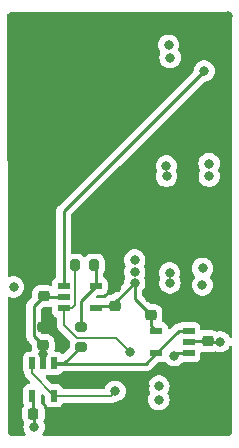
<source format=gbl>
G04 #@! TF.GenerationSoftware,KiCad,Pcbnew,7.0.10*
G04 #@! TF.CreationDate,2024-08-16T14:30:36-05:00*
G04 #@! TF.ProjectId,DiffPCB,44696666-5043-4422-9e6b-696361645f70,rev?*
G04 #@! TF.SameCoordinates,Original*
G04 #@! TF.FileFunction,Copper,L6,Bot*
G04 #@! TF.FilePolarity,Positive*
%FSLAX46Y46*%
G04 Gerber Fmt 4.6, Leading zero omitted, Abs format (unit mm)*
G04 Created by KiCad (PCBNEW 7.0.10) date 2024-08-16 14:30:36*
%MOMM*%
%LPD*%
G01*
G04 APERTURE LIST*
G04 Aperture macros list*
%AMRoundRect*
0 Rectangle with rounded corners*
0 $1 Rounding radius*
0 $2 $3 $4 $5 $6 $7 $8 $9 X,Y pos of 4 corners*
0 Add a 4 corners polygon primitive as box body*
4,1,4,$2,$3,$4,$5,$6,$7,$8,$9,$2,$3,0*
0 Add four circle primitives for the rounded corners*
1,1,$1+$1,$2,$3*
1,1,$1+$1,$4,$5*
1,1,$1+$1,$6,$7*
1,1,$1+$1,$8,$9*
0 Add four rect primitives between the rounded corners*
20,1,$1+$1,$2,$3,$4,$5,0*
20,1,$1+$1,$4,$5,$6,$7,0*
20,1,$1+$1,$6,$7,$8,$9,0*
20,1,$1+$1,$8,$9,$2,$3,0*%
G04 Aperture macros list end*
G04 #@! TA.AperFunction,SMDPad,CuDef*
%ADD10RoundRect,0.225000X0.250000X-0.225000X0.250000X0.225000X-0.250000X0.225000X-0.250000X-0.225000X0*%
G04 #@! TD*
G04 #@! TA.AperFunction,SMDPad,CuDef*
%ADD11RoundRect,0.200000X0.275000X-0.200000X0.275000X0.200000X-0.275000X0.200000X-0.275000X-0.200000X0*%
G04 #@! TD*
G04 #@! TA.AperFunction,SMDPad,CuDef*
%ADD12R,0.977900X0.508000*%
G04 #@! TD*
G04 #@! TA.AperFunction,SMDPad,CuDef*
%ADD13R,0.508000X0.977900*%
G04 #@! TD*
G04 #@! TA.AperFunction,SMDPad,CuDef*
%ADD14RoundRect,0.200000X0.200000X0.275000X-0.200000X0.275000X-0.200000X-0.275000X0.200000X-0.275000X0*%
G04 #@! TD*
G04 #@! TA.AperFunction,SMDPad,CuDef*
%ADD15RoundRect,0.225000X-0.225000X-0.250000X0.225000X-0.250000X0.225000X0.250000X-0.225000X0.250000X0*%
G04 #@! TD*
G04 #@! TA.AperFunction,ViaPad*
%ADD16C,0.800000*%
G04 #@! TD*
G04 #@! TA.AperFunction,Conductor*
%ADD17C,0.250000*%
G04 #@! TD*
G04 #@! TA.AperFunction,Conductor*
%ADD18C,0.200000*%
G04 #@! TD*
G04 APERTURE END LIST*
D10*
X147045000Y-86964998D03*
X147045000Y-85414998D03*
X140975000Y-86164998D03*
X140975000Y-84614998D03*
X150059750Y-87785001D03*
X150059750Y-86235001D03*
X140925001Y-90335250D03*
X140925001Y-88785250D03*
D11*
X144155000Y-90435000D03*
X144155000Y-88785000D03*
D12*
X153245000Y-89100000D03*
X153245000Y-90050001D03*
X153245000Y-91000002D03*
X150514500Y-91000002D03*
X150514500Y-89100000D03*
D13*
X139964999Y-91854750D03*
X140915000Y-91854750D03*
X141865001Y-91854750D03*
X141865001Y-94585250D03*
X139964999Y-94585250D03*
D14*
X145260000Y-83549998D03*
X143610000Y-83549998D03*
D12*
X142665000Y-87200000D03*
X142665000Y-86249999D03*
X142665000Y-85299998D03*
X145395500Y-85299998D03*
X145395500Y-87200000D03*
D10*
X154869750Y-89965001D03*
X154869750Y-88415001D03*
D15*
X140105001Y-96105250D03*
X141655001Y-96105250D03*
D16*
X155895000Y-90020000D03*
X151355000Y-75140000D03*
X151385000Y-76010000D03*
X140895000Y-91030000D03*
X149515000Y-93810000D03*
X144875000Y-64500000D03*
X143915000Y-66550000D03*
X156475000Y-97560000D03*
X145925000Y-64520000D03*
X143915000Y-64500000D03*
X143915000Y-65590000D03*
X156575000Y-62470000D03*
X154115000Y-92480000D03*
X140315000Y-64470000D03*
X141365000Y-67610000D03*
X143915000Y-63540000D03*
X146885000Y-65610000D03*
X145925000Y-68600000D03*
X144875000Y-65590000D03*
X144875000Y-66550000D03*
X142325000Y-66540000D03*
X141365000Y-65580000D03*
X142325000Y-63530000D03*
X145925000Y-63560000D03*
X141365000Y-63530000D03*
X140315000Y-67590000D03*
X144875000Y-67620000D03*
X146885000Y-66570000D03*
X146885000Y-67640000D03*
X140315000Y-66520000D03*
X143915000Y-67620000D03*
X142325000Y-67610000D03*
X145925000Y-65610000D03*
X140315000Y-63510000D03*
X143915000Y-68580000D03*
X139355000Y-65560000D03*
X140315000Y-65560000D03*
X142325000Y-64490000D03*
X142325000Y-65580000D03*
X142325000Y-68570000D03*
X146885000Y-68600000D03*
X144875000Y-63540000D03*
X145925000Y-66570000D03*
X144875000Y-68580000D03*
X141365000Y-68570000D03*
X146885000Y-63560000D03*
X139355000Y-64470000D03*
X141365000Y-66540000D03*
X139355000Y-66520000D03*
X141365000Y-64490000D03*
X138585000Y-97300000D03*
X140315000Y-68550000D03*
X139355000Y-68550000D03*
X139355000Y-67590000D03*
X145925000Y-67640000D03*
X146885000Y-64520000D03*
X141755000Y-88970000D03*
X139355000Y-63510000D03*
X151635000Y-84200000D03*
X151555000Y-64910000D03*
X154985000Y-74940000D03*
X150725000Y-94940000D03*
X154995000Y-76010000D03*
X150725000Y-93760000D03*
X151675000Y-65970000D03*
X151665000Y-85050000D03*
X140165000Y-97240000D03*
X148685000Y-83100000D03*
X148685000Y-85040000D03*
X148685000Y-84110000D03*
X138430000Y-85380000D03*
X154415000Y-85230000D03*
X154425000Y-83810000D03*
X154565000Y-67090000D03*
X147025000Y-94210000D03*
X148295000Y-90880000D03*
X152035000Y-91190000D03*
D17*
X140975000Y-86164998D02*
X140125001Y-87014997D01*
X140925001Y-90999999D02*
X140895000Y-91030000D01*
X140125001Y-87014997D02*
X140125001Y-89535250D01*
X140915000Y-91854750D02*
X140915000Y-90345251D01*
X140125001Y-89535250D02*
X140925001Y-90335250D01*
X140925001Y-90335250D02*
X140925001Y-90999999D01*
X154869750Y-89965001D02*
X153330000Y-89965001D01*
X155895000Y-90020000D02*
X154924749Y-90020000D01*
X142665000Y-86249999D02*
X141060001Y-86249999D01*
X148685000Y-86410251D02*
X150059750Y-87785001D01*
X150059750Y-88645250D02*
X150514500Y-89100000D01*
X147045000Y-86964998D02*
X145630502Y-86964998D01*
X145630502Y-86964998D02*
X145395500Y-87200000D01*
X147045000Y-86680000D02*
X148685000Y-85040000D01*
X150059750Y-87785001D02*
X150059750Y-88645250D01*
X140165000Y-97240000D02*
X140165000Y-96165249D01*
X140105001Y-96105250D02*
X140105001Y-94725252D01*
X140105001Y-94725252D02*
X139964999Y-94585250D01*
X148685000Y-85040000D02*
X148685000Y-86410251D01*
X150059750Y-88480000D02*
X150059750Y-87785001D01*
X154565000Y-67090000D02*
X142665000Y-78990000D01*
X142665000Y-78990000D02*
X142665000Y-85299998D01*
D18*
X146649750Y-94585250D02*
X147025000Y-94210000D01*
X139964999Y-92685248D02*
X141865001Y-94585250D01*
X141865001Y-94585250D02*
X146649750Y-94585250D01*
X139964999Y-91854750D02*
X139964999Y-92685248D01*
X143610000Y-86943950D02*
X143353950Y-87200000D01*
X147130000Y-89735000D02*
X148265000Y-90870000D01*
X142665000Y-87200000D02*
X142665000Y-88570000D01*
X143353950Y-87200000D02*
X142665000Y-87200000D01*
X143830000Y-89735000D02*
X147130000Y-89735000D01*
X142665000Y-88570000D02*
X143830000Y-89735000D01*
X143610000Y-83549998D02*
X143610000Y-86943950D01*
D17*
X152214998Y-91000002D02*
X152055000Y-91160000D01*
X153245000Y-91000002D02*
X152214998Y-91000002D01*
X149644502Y-91870000D02*
X150514500Y-91000002D01*
X152414502Y-89100000D02*
X150514500Y-91000002D01*
X153245000Y-89100000D02*
X152414502Y-89100000D01*
X141865001Y-91854750D02*
X142735250Y-91854750D01*
X142735250Y-91854750D02*
X144155000Y-90435000D01*
X141880251Y-91870000D02*
X149644502Y-91870000D01*
X145395500Y-85299998D02*
X145395500Y-83685498D01*
X144155000Y-86540498D02*
X144155000Y-88785000D01*
X145395500Y-85299998D02*
X144155000Y-86540498D01*
G04 #@! TA.AperFunction,Conductor*
G36*
X156887651Y-90384970D02*
G01*
X156928180Y-90441884D01*
X156935000Y-90482441D01*
X156935000Y-97738598D01*
X156915315Y-97805637D01*
X156898635Y-97826326D01*
X156771364Y-97953462D01*
X156710023Y-97986914D01*
X156683598Y-97989734D01*
X140994727Y-97973220D01*
X140927709Y-97953465D01*
X140882009Y-97900613D01*
X140872139Y-97831444D01*
X140894545Y-97776328D01*
X140897526Y-97772222D01*
X140897533Y-97772216D01*
X140992179Y-97608284D01*
X141050674Y-97428256D01*
X141070460Y-97240000D01*
X141050674Y-97051744D01*
X140992179Y-96871716D01*
X140967141Y-96828349D01*
X140950669Y-96760453D01*
X140968991Y-96701255D01*
X140992004Y-96663947D01*
X141045350Y-96502958D01*
X141055501Y-96403595D01*
X141055500Y-95806906D01*
X141054911Y-95801144D01*
X141045350Y-95707542D01*
X141045349Y-95707539D01*
X141013985Y-95612888D01*
X140992004Y-95546553D01*
X140992000Y-95546547D01*
X140991999Y-95546544D01*
X140902971Y-95402209D01*
X140902970Y-95402208D01*
X140902969Y-95402206D01*
X140783045Y-95282282D01*
X140783044Y-95282281D01*
X140783042Y-95282279D01*
X140777591Y-95277969D01*
X140737214Y-95220947D01*
X140730501Y-95180702D01*
X140730501Y-94807994D01*
X140732225Y-94792374D01*
X140731940Y-94792347D01*
X140732674Y-94784585D01*
X140730562Y-94717364D01*
X140730501Y-94713470D01*
X140730501Y-94685908D01*
X140730501Y-94685902D01*
X140729997Y-94681920D01*
X140729082Y-94670281D01*
X140728246Y-94643666D01*
X140727711Y-94626625D01*
X140727679Y-94626515D01*
X140727550Y-94626069D01*
X140727551Y-94625613D01*
X140726491Y-94618919D01*
X140727570Y-94618747D01*
X140727747Y-94556200D01*
X140765687Y-94497529D01*
X140829325Y-94468684D01*
X140898455Y-94478823D01*
X140934306Y-94503790D01*
X141074182Y-94643666D01*
X141107667Y-94704989D01*
X141110501Y-94731347D01*
X141110501Y-95122070D01*
X141110502Y-95122076D01*
X141116909Y-95181683D01*
X141167203Y-95316528D01*
X141167207Y-95316535D01*
X141253453Y-95431744D01*
X141253456Y-95431747D01*
X141368665Y-95517993D01*
X141368672Y-95517997D01*
X141413619Y-95534761D01*
X141503518Y-95568291D01*
X141563128Y-95574700D01*
X142166873Y-95574699D01*
X142226484Y-95568291D01*
X142361332Y-95517996D01*
X142476547Y-95431746D01*
X142562797Y-95316531D01*
X142581488Y-95266418D01*
X142623358Y-95210484D01*
X142688822Y-95186066D01*
X142697670Y-95185750D01*
X146602263Y-95185750D01*
X146618447Y-95186810D01*
X146649750Y-95190932D01*
X146649751Y-95190932D01*
X146702004Y-95184052D01*
X146806512Y-95170294D01*
X146928079Y-95119938D01*
X146975532Y-95110500D01*
X147119644Y-95110500D01*
X147119646Y-95110500D01*
X147304803Y-95071144D01*
X147477730Y-94994151D01*
X147552263Y-94940000D01*
X149819540Y-94940000D01*
X149839326Y-95128256D01*
X149839327Y-95128259D01*
X149897818Y-95308277D01*
X149897821Y-95308284D01*
X149992467Y-95472216D01*
X150084744Y-95574700D01*
X150119129Y-95612888D01*
X150272265Y-95724148D01*
X150272270Y-95724151D01*
X150445192Y-95801142D01*
X150445197Y-95801144D01*
X150630354Y-95840500D01*
X150630355Y-95840500D01*
X150819644Y-95840500D01*
X150819646Y-95840500D01*
X151004803Y-95801144D01*
X151177730Y-95724151D01*
X151330871Y-95612888D01*
X151457533Y-95472216D01*
X151552179Y-95308284D01*
X151610674Y-95128256D01*
X151630460Y-94940000D01*
X151610674Y-94751744D01*
X151552179Y-94571716D01*
X151459966Y-94411999D01*
X151443494Y-94344100D01*
X151459967Y-94288000D01*
X151505000Y-94210000D01*
X151552179Y-94128284D01*
X151610674Y-93948256D01*
X151630460Y-93760000D01*
X151610674Y-93571744D01*
X151552179Y-93391716D01*
X151457533Y-93227784D01*
X151330871Y-93087112D01*
X151330870Y-93087111D01*
X151177734Y-92975851D01*
X151177729Y-92975848D01*
X151004807Y-92898857D01*
X151004802Y-92898855D01*
X150859001Y-92867865D01*
X150819646Y-92859500D01*
X150630354Y-92859500D01*
X150608369Y-92864173D01*
X150445197Y-92898855D01*
X150445192Y-92898857D01*
X150272270Y-92975848D01*
X150272265Y-92975851D01*
X150119129Y-93087111D01*
X149992466Y-93227785D01*
X149897821Y-93391715D01*
X149897818Y-93391722D01*
X149839546Y-93571067D01*
X149839326Y-93571744D01*
X149819540Y-93760000D01*
X149839326Y-93948256D01*
X149839327Y-93948259D01*
X149897818Y-94128277D01*
X149897820Y-94128281D01*
X149897821Y-94128284D01*
X149945000Y-94210000D01*
X149990033Y-94288001D01*
X150006505Y-94355901D01*
X149990033Y-94411999D01*
X149897820Y-94571718D01*
X149897818Y-94571722D01*
X149842422Y-94742216D01*
X149839326Y-94751744D01*
X149819540Y-94940000D01*
X147552263Y-94940000D01*
X147630871Y-94882888D01*
X147757533Y-94742216D01*
X147852179Y-94578284D01*
X147910674Y-94398256D01*
X147930460Y-94210000D01*
X147910674Y-94021744D01*
X147852179Y-93841716D01*
X147757533Y-93677784D01*
X147630871Y-93537112D01*
X147600621Y-93515134D01*
X147477734Y-93425851D01*
X147477729Y-93425848D01*
X147304807Y-93348857D01*
X147304802Y-93348855D01*
X147159001Y-93317865D01*
X147119646Y-93309500D01*
X146930354Y-93309500D01*
X146897897Y-93316398D01*
X146745197Y-93348855D01*
X146745192Y-93348857D01*
X146572270Y-93425848D01*
X146572265Y-93425851D01*
X146419129Y-93537111D01*
X146292466Y-93677785D01*
X146197821Y-93841715D01*
X146197818Y-93841721D01*
X146179186Y-93899068D01*
X146139749Y-93956743D01*
X146075390Y-93983942D01*
X146061255Y-93984750D01*
X142697670Y-93984750D01*
X142630631Y-93965065D01*
X142584876Y-93912261D01*
X142581488Y-93904082D01*
X142562799Y-93853973D01*
X142562794Y-93853964D01*
X142476548Y-93738755D01*
X142476545Y-93738752D01*
X142361336Y-93652506D01*
X142361329Y-93652502D01*
X142226483Y-93602208D01*
X142226484Y-93602208D01*
X142166884Y-93595801D01*
X142166882Y-93595800D01*
X142166874Y-93595800D01*
X142166866Y-93595800D01*
X141776148Y-93595800D01*
X141709109Y-93576115D01*
X141688467Y-93559481D01*
X141180107Y-93051121D01*
X141146622Y-92989798D01*
X141151606Y-92920106D01*
X141193478Y-92864173D01*
X141254536Y-92840150D01*
X141276483Y-92837791D01*
X141346665Y-92811613D01*
X141416357Y-92806629D01*
X141433335Y-92811614D01*
X141503512Y-92837789D01*
X141503518Y-92837791D01*
X141563128Y-92844200D01*
X142166873Y-92844199D01*
X142226484Y-92837791D01*
X142361332Y-92787496D01*
X142476547Y-92701246D01*
X142562797Y-92586031D01*
X142566475Y-92576170D01*
X142608345Y-92520235D01*
X142673809Y-92495816D01*
X142682658Y-92495500D01*
X149561759Y-92495500D01*
X149577379Y-92497224D01*
X149577406Y-92496939D01*
X149585162Y-92497671D01*
X149585169Y-92497673D01*
X149652375Y-92495561D01*
X149656270Y-92495500D01*
X149683848Y-92495500D01*
X149683852Y-92495500D01*
X149687826Y-92494997D01*
X149699465Y-92494080D01*
X149743129Y-92492709D01*
X149762371Y-92487117D01*
X149781414Y-92483174D01*
X149801294Y-92480664D01*
X149841903Y-92464585D01*
X149852946Y-92460803D01*
X149894892Y-92448618D01*
X149912131Y-92438422D01*
X149929605Y-92429862D01*
X149948229Y-92422488D01*
X149948229Y-92422487D01*
X149948234Y-92422486D01*
X149983585Y-92396800D01*
X149993316Y-92390408D01*
X150030922Y-92368170D01*
X150045091Y-92353999D01*
X150059881Y-92341368D01*
X150076089Y-92329594D01*
X150103940Y-92295926D01*
X150111781Y-92287309D01*
X150608272Y-91790820D01*
X150669595Y-91757335D01*
X150695953Y-91754501D01*
X151051321Y-91754501D01*
X151051322Y-91754501D01*
X151110933Y-91748093D01*
X151192721Y-91717587D01*
X151262409Y-91712604D01*
X151323733Y-91746088D01*
X151328192Y-91750787D01*
X151429129Y-91862888D01*
X151429132Y-91862890D01*
X151582265Y-91974148D01*
X151582270Y-91974151D01*
X151755192Y-92051142D01*
X151755197Y-92051144D01*
X151940354Y-92090500D01*
X151940355Y-92090500D01*
X152129644Y-92090500D01*
X152129646Y-92090500D01*
X152314803Y-92051144D01*
X152487730Y-91974151D01*
X152640871Y-91862888D01*
X152701521Y-91795529D01*
X152761007Y-91758880D01*
X152793671Y-91754501D01*
X153781821Y-91754501D01*
X153781822Y-91754501D01*
X153841433Y-91748093D01*
X153976281Y-91697798D01*
X154091496Y-91611548D01*
X154177746Y-91496333D01*
X154228041Y-91361485D01*
X154234450Y-91301875D01*
X154234449Y-90998337D01*
X154254133Y-90931300D01*
X154306937Y-90885545D01*
X154376096Y-90875601D01*
X154397441Y-90880630D01*
X154472042Y-90905350D01*
X154571405Y-90915501D01*
X155168094Y-90915500D01*
X155168102Y-90915499D01*
X155168105Y-90915499D01*
X155222510Y-90909941D01*
X155267458Y-90905350D01*
X155428447Y-90852004D01*
X155428453Y-90851999D01*
X155434989Y-90848953D01*
X155436204Y-90851559D01*
X155490928Y-90836567D01*
X155539109Y-90847266D01*
X155615197Y-90881144D01*
X155800354Y-90920500D01*
X155800355Y-90920500D01*
X155989644Y-90920500D01*
X155989646Y-90920500D01*
X156174803Y-90881144D01*
X156347730Y-90804151D01*
X156500871Y-90692888D01*
X156627533Y-90552216D01*
X156703613Y-90420440D01*
X156754180Y-90372226D01*
X156822787Y-90359002D01*
X156887651Y-90384970D01*
G37*
G04 #@! TD.AperFunction*
G04 #@! TA.AperFunction,Conductor*
G36*
X156750677Y-62139685D02*
G01*
X156771319Y-62156319D01*
X156898681Y-62283681D01*
X156932166Y-62345004D01*
X156935000Y-62371362D01*
X156935000Y-89557558D01*
X156915315Y-89624597D01*
X156862511Y-89670352D01*
X156793353Y-89680296D01*
X156729797Y-89651271D01*
X156703613Y-89619558D01*
X156627534Y-89487785D01*
X156543901Y-89394901D01*
X156500871Y-89347112D01*
X156500870Y-89347111D01*
X156347734Y-89235851D01*
X156347729Y-89235848D01*
X156174807Y-89158857D01*
X156174802Y-89158855D01*
X156029001Y-89127865D01*
X155989646Y-89119500D01*
X155800354Y-89119500D01*
X155800352Y-89119500D01*
X155622396Y-89157325D01*
X155552729Y-89152009D01*
X155531519Y-89141574D01*
X155428449Y-89077999D01*
X155428444Y-89077997D01*
X155267459Y-89024652D01*
X155168096Y-89014501D01*
X154571412Y-89014501D01*
X154571394Y-89014502D01*
X154472042Y-89024651D01*
X154472039Y-89024652D01*
X154397453Y-89049368D01*
X154327624Y-89051770D01*
X154267583Y-89016038D01*
X154236390Y-88953518D01*
X154234449Y-88931662D01*
X154234449Y-88798129D01*
X154234448Y-88798123D01*
X154228041Y-88738516D01*
X154177747Y-88603671D01*
X154177743Y-88603664D01*
X154091497Y-88488455D01*
X154091494Y-88488452D01*
X153976285Y-88402206D01*
X153976278Y-88402202D01*
X153841432Y-88351908D01*
X153841433Y-88351908D01*
X153781833Y-88345501D01*
X153781831Y-88345500D01*
X153781823Y-88345500D01*
X153781814Y-88345500D01*
X152708179Y-88345500D01*
X152708173Y-88345501D01*
X152648566Y-88351908D01*
X152513721Y-88402202D01*
X152513719Y-88402204D01*
X152450183Y-88449767D01*
X152384719Y-88474184D01*
X152375872Y-88474500D01*
X152375152Y-88474500D01*
X152371175Y-88475002D01*
X152359544Y-88475917D01*
X152315876Y-88477289D01*
X152315870Y-88477290D01*
X152296628Y-88482880D01*
X152277589Y-88486823D01*
X152257719Y-88489334D01*
X152257705Y-88489337D01*
X152217100Y-88505413D01*
X152206056Y-88509194D01*
X152164116Y-88521379D01*
X152164112Y-88521381D01*
X152146868Y-88531579D01*
X152129407Y-88540133D01*
X152110776Y-88547510D01*
X152110764Y-88547517D01*
X152075435Y-88573185D01*
X152065675Y-88579596D01*
X152028082Y-88601829D01*
X152013916Y-88615995D01*
X151999126Y-88628627D01*
X151982916Y-88640404D01*
X151982913Y-88640407D01*
X151955075Y-88674058D01*
X151947213Y-88682697D01*
X151715630Y-88914281D01*
X151654307Y-88947766D01*
X151584616Y-88942782D01*
X151528682Y-88900911D01*
X151504265Y-88835446D01*
X151503949Y-88826600D01*
X151503949Y-88798129D01*
X151503948Y-88798123D01*
X151497541Y-88738516D01*
X151447247Y-88603671D01*
X151447243Y-88603664D01*
X151360997Y-88488455D01*
X151360994Y-88488452D01*
X151245785Y-88402206D01*
X151245778Y-88402202D01*
X151110934Y-88351909D01*
X151103438Y-88350138D01*
X151042722Y-88315565D01*
X151010336Y-88253654D01*
X151014248Y-88190455D01*
X151025098Y-88157711D01*
X151025099Y-88157709D01*
X151035250Y-88058346D01*
X151035249Y-87511657D01*
X151034249Y-87501872D01*
X151025099Y-87412293D01*
X151025098Y-87412290D01*
X151000384Y-87337707D01*
X150971753Y-87251304D01*
X150971749Y-87251298D01*
X150971748Y-87251295D01*
X150882720Y-87106960D01*
X150882717Y-87106956D01*
X150762794Y-86987033D01*
X150762790Y-86987030D01*
X150618455Y-86898002D01*
X150618449Y-86897999D01*
X150618447Y-86897998D01*
X150570892Y-86882240D01*
X150457459Y-86844652D01*
X150358102Y-86834501D01*
X150358095Y-86834501D01*
X150045202Y-86834501D01*
X149978163Y-86814816D01*
X149957521Y-86798182D01*
X149346819Y-86187479D01*
X149313334Y-86126156D01*
X149310500Y-86099798D01*
X149310500Y-85738687D01*
X149330185Y-85671648D01*
X149342350Y-85655715D01*
X149364340Y-85631292D01*
X149417533Y-85572216D01*
X149512179Y-85408284D01*
X149570674Y-85228256D01*
X149590460Y-85040000D01*
X149570674Y-84851744D01*
X149512179Y-84671716D01*
X149492134Y-84636997D01*
X149475662Y-84569101D01*
X149492133Y-84513003D01*
X149512179Y-84478284D01*
X149570674Y-84298256D01*
X149581001Y-84200000D01*
X150729540Y-84200000D01*
X150749326Y-84388256D01*
X150749327Y-84388259D01*
X150803540Y-84555111D01*
X150807821Y-84568284D01*
X150822997Y-84594570D01*
X150839470Y-84662469D01*
X150833541Y-84694888D01*
X150782577Y-84851740D01*
X150779326Y-84861744D01*
X150759540Y-85050000D01*
X150779326Y-85238256D01*
X150779327Y-85238259D01*
X150837818Y-85418277D01*
X150837821Y-85418284D01*
X150932467Y-85582216D01*
X151012992Y-85671648D01*
X151059129Y-85722888D01*
X151212265Y-85834148D01*
X151212270Y-85834151D01*
X151385192Y-85911142D01*
X151385197Y-85911144D01*
X151570354Y-85950500D01*
X151570355Y-85950500D01*
X151759644Y-85950500D01*
X151759646Y-85950500D01*
X151944803Y-85911144D01*
X152117730Y-85834151D01*
X152270871Y-85722888D01*
X152397533Y-85582216D01*
X152492179Y-85418284D01*
X152550674Y-85238256D01*
X152551542Y-85230000D01*
X153509540Y-85230000D01*
X153529326Y-85418256D01*
X153529327Y-85418259D01*
X153587818Y-85598277D01*
X153587821Y-85598284D01*
X153682467Y-85762216D01*
X153747235Y-85834148D01*
X153809129Y-85902888D01*
X153962265Y-86014148D01*
X153962270Y-86014151D01*
X154135192Y-86091142D01*
X154135197Y-86091144D01*
X154320354Y-86130500D01*
X154320355Y-86130500D01*
X154509644Y-86130500D01*
X154509646Y-86130500D01*
X154694803Y-86091144D01*
X154867730Y-86014151D01*
X155020871Y-85902888D01*
X155147533Y-85762216D01*
X155242179Y-85598284D01*
X155300674Y-85418256D01*
X155320460Y-85230000D01*
X155300674Y-85041744D01*
X155242179Y-84861716D01*
X155147533Y-84697784D01*
X155067163Y-84608524D01*
X155036933Y-84545533D01*
X155045558Y-84476197D01*
X155067160Y-84442584D01*
X155157533Y-84342216D01*
X155252179Y-84178284D01*
X155310674Y-83998256D01*
X155330460Y-83810000D01*
X155310674Y-83621744D01*
X155252179Y-83441716D01*
X155157533Y-83277784D01*
X155030871Y-83137112D01*
X154979791Y-83100000D01*
X154877734Y-83025851D01*
X154877729Y-83025848D01*
X154704807Y-82948857D01*
X154704802Y-82948855D01*
X154530184Y-82911740D01*
X154519646Y-82909500D01*
X154330354Y-82909500D01*
X154319816Y-82911740D01*
X154145197Y-82948855D01*
X154145192Y-82948857D01*
X153972270Y-83025848D01*
X153972265Y-83025851D01*
X153819129Y-83137111D01*
X153692466Y-83277785D01*
X153597821Y-83441715D01*
X153597818Y-83441722D01*
X153544766Y-83605000D01*
X153539326Y-83621744D01*
X153519540Y-83810000D01*
X153539326Y-83998256D01*
X153539327Y-83998259D01*
X153597818Y-84178277D01*
X153597821Y-84178284D01*
X153692464Y-84342212D01*
X153692465Y-84342214D01*
X153692467Y-84342216D01*
X153772837Y-84431476D01*
X153803066Y-84494465D01*
X153794441Y-84563800D01*
X153772836Y-84597418D01*
X153682466Y-84697784D01*
X153587821Y-84861715D01*
X153587818Y-84861722D01*
X153529327Y-85041740D01*
X153529326Y-85041744D01*
X153509540Y-85230000D01*
X152551542Y-85230000D01*
X152570460Y-85050000D01*
X152550674Y-84861744D01*
X152492179Y-84681716D01*
X152477000Y-84655426D01*
X152460529Y-84587531D01*
X152466456Y-84555119D01*
X152520674Y-84388256D01*
X152540460Y-84200000D01*
X152520674Y-84011744D01*
X152462179Y-83831716D01*
X152367533Y-83667784D01*
X152240871Y-83527112D01*
X152240870Y-83527111D01*
X152087734Y-83415851D01*
X152087729Y-83415848D01*
X151914807Y-83338857D01*
X151914802Y-83338855D01*
X151769001Y-83307865D01*
X151729646Y-83299500D01*
X151540354Y-83299500D01*
X151507897Y-83306398D01*
X151355197Y-83338855D01*
X151355192Y-83338857D01*
X151182270Y-83415848D01*
X151182265Y-83415851D01*
X151029129Y-83527111D01*
X150902466Y-83667785D01*
X150807821Y-83831715D01*
X150807818Y-83831722D01*
X150749327Y-84011740D01*
X150749326Y-84011744D01*
X150729540Y-84200000D01*
X149581001Y-84200000D01*
X149590460Y-84110000D01*
X149570674Y-83921744D01*
X149512179Y-83741716D01*
X149469040Y-83666997D01*
X149452568Y-83599100D01*
X149469041Y-83543001D01*
X149512179Y-83468284D01*
X149570674Y-83288256D01*
X149590460Y-83100000D01*
X149570674Y-82911744D01*
X149512179Y-82731716D01*
X149417533Y-82567784D01*
X149290871Y-82427112D01*
X149290870Y-82427111D01*
X149137734Y-82315851D01*
X149137729Y-82315848D01*
X148964807Y-82238857D01*
X148964802Y-82238855D01*
X148819001Y-82207865D01*
X148779646Y-82199500D01*
X148590354Y-82199500D01*
X148557897Y-82206398D01*
X148405197Y-82238855D01*
X148405192Y-82238857D01*
X148232270Y-82315848D01*
X148232265Y-82315851D01*
X148079129Y-82427111D01*
X147952466Y-82567785D01*
X147857821Y-82731715D01*
X147857818Y-82731722D01*
X147800055Y-82909500D01*
X147799326Y-82911744D01*
X147779540Y-83100000D01*
X147799326Y-83288256D01*
X147799327Y-83288259D01*
X147857820Y-83468283D01*
X147900958Y-83543001D01*
X147917430Y-83610901D01*
X147900958Y-83666999D01*
X147857820Y-83741716D01*
X147812366Y-83881611D01*
X147799326Y-83921744D01*
X147779540Y-84110000D01*
X147799326Y-84298256D01*
X147799327Y-84298259D01*
X147857819Y-84478280D01*
X147877865Y-84513002D01*
X147894335Y-84580903D01*
X147877865Y-84636998D01*
X147857819Y-84671719D01*
X147800612Y-84847785D01*
X147799326Y-84851744D01*
X147783942Y-84998114D01*
X147781679Y-85019649D01*
X147755094Y-85084263D01*
X147746039Y-85094368D01*
X146862228Y-85978179D01*
X146800905Y-86011664D01*
X146774551Y-86014498D01*
X146746665Y-86014498D01*
X146746643Y-86014499D01*
X146647292Y-86024648D01*
X146647289Y-86024649D01*
X146486305Y-86077994D01*
X146486294Y-86077999D01*
X146341959Y-86167027D01*
X146222032Y-86286953D01*
X146217724Y-86292403D01*
X146160704Y-86332783D01*
X146120453Y-86339498D01*
X145713245Y-86339498D01*
X145697624Y-86337773D01*
X145697598Y-86338059D01*
X145689836Y-86337325D01*
X145689835Y-86337325D01*
X145627611Y-86339280D01*
X145622629Y-86339437D01*
X145618734Y-86339498D01*
X145591149Y-86339498D01*
X145587163Y-86340001D01*
X145575532Y-86340916D01*
X145541289Y-86341992D01*
X145473665Y-86324422D01*
X145426274Y-86273082D01*
X145414163Y-86204269D01*
X145441178Y-86139834D01*
X145449699Y-86130388D01*
X145489274Y-86090814D01*
X145550598Y-86057330D01*
X145576953Y-86054497D01*
X145932321Y-86054497D01*
X145932322Y-86054497D01*
X145991933Y-86048089D01*
X146126781Y-85997794D01*
X146241996Y-85911544D01*
X146328246Y-85796329D01*
X146378541Y-85661481D01*
X146384950Y-85601871D01*
X146384949Y-84998126D01*
X146378541Y-84938515D01*
X146370286Y-84916383D01*
X146328247Y-84803669D01*
X146328243Y-84803662D01*
X146241997Y-84688453D01*
X146241994Y-84688450D01*
X146126785Y-84602204D01*
X146126775Y-84602199D01*
X146101665Y-84592833D01*
X146045732Y-84550961D01*
X146021316Y-84485496D01*
X146021000Y-84476652D01*
X146021000Y-84285606D01*
X146038883Y-84221456D01*
X146051854Y-84200000D01*
X146103478Y-84114604D01*
X146154086Y-83952194D01*
X146160500Y-83881614D01*
X146160500Y-83218382D01*
X146154086Y-83147802D01*
X146103478Y-82985392D01*
X146015472Y-82839813D01*
X146015470Y-82839811D01*
X146015469Y-82839809D01*
X145895188Y-82719528D01*
X145749606Y-82631520D01*
X145587196Y-82580912D01*
X145587194Y-82580911D01*
X145587192Y-82580911D01*
X145537778Y-82576421D01*
X145516616Y-82574498D01*
X145003384Y-82574498D01*
X144984145Y-82576246D01*
X144932807Y-82580911D01*
X144770393Y-82631520D01*
X144624811Y-82719528D01*
X144624810Y-82719529D01*
X144522681Y-82821659D01*
X144461358Y-82855144D01*
X144391666Y-82850160D01*
X144347319Y-82821659D01*
X144245188Y-82719528D01*
X144099606Y-82631520D01*
X143937196Y-82580912D01*
X143937194Y-82580911D01*
X143937192Y-82580911D01*
X143887778Y-82576421D01*
X143866616Y-82574498D01*
X143414500Y-82574498D01*
X143347461Y-82554813D01*
X143301706Y-82502009D01*
X143290500Y-82450498D01*
X143290500Y-79300452D01*
X143310185Y-79233413D01*
X143326819Y-79212771D01*
X147399590Y-75140000D01*
X150449540Y-75140000D01*
X150469326Y-75328256D01*
X150469327Y-75328259D01*
X150527818Y-75508277D01*
X150527821Y-75508284D01*
X150547155Y-75541771D01*
X150563628Y-75609671D01*
X150557699Y-75642089D01*
X150499327Y-75821740D01*
X150499326Y-75821744D01*
X150479540Y-76010000D01*
X150499326Y-76198256D01*
X150499327Y-76198259D01*
X150557818Y-76378277D01*
X150557821Y-76378284D01*
X150652467Y-76542216D01*
X150779129Y-76682888D01*
X150932265Y-76794148D01*
X150932270Y-76794151D01*
X151105192Y-76871142D01*
X151105197Y-76871144D01*
X151290354Y-76910500D01*
X151290355Y-76910500D01*
X151479644Y-76910500D01*
X151479646Y-76910500D01*
X151664803Y-76871144D01*
X151837730Y-76794151D01*
X151990871Y-76682888D01*
X152117533Y-76542216D01*
X152212179Y-76378284D01*
X152270674Y-76198256D01*
X152290460Y-76010000D01*
X152270674Y-75821744D01*
X152212179Y-75641716D01*
X152192843Y-75608225D01*
X152176371Y-75540329D01*
X152182298Y-75507914D01*
X152240674Y-75328256D01*
X152260460Y-75140000D01*
X152240674Y-74951744D01*
X152236858Y-74940000D01*
X154079540Y-74940000D01*
X154099326Y-75128256D01*
X154099327Y-75128259D01*
X154157818Y-75308277D01*
X154157821Y-75308284D01*
X154223278Y-75421659D01*
X154239751Y-75489559D01*
X154223279Y-75545658D01*
X154167820Y-75641716D01*
X154109327Y-75821740D01*
X154109326Y-75821744D01*
X154089540Y-76010000D01*
X154109326Y-76198256D01*
X154109327Y-76198259D01*
X154167818Y-76378277D01*
X154167821Y-76378284D01*
X154262467Y-76542216D01*
X154389129Y-76682888D01*
X154542265Y-76794148D01*
X154542270Y-76794151D01*
X154715192Y-76871142D01*
X154715197Y-76871144D01*
X154900354Y-76910500D01*
X154900355Y-76910500D01*
X155089644Y-76910500D01*
X155089646Y-76910500D01*
X155274803Y-76871144D01*
X155447730Y-76794151D01*
X155600871Y-76682888D01*
X155727533Y-76542216D01*
X155822179Y-76378284D01*
X155880674Y-76198256D01*
X155900460Y-76010000D01*
X155880674Y-75821744D01*
X155822179Y-75641716D01*
X155756719Y-75528336D01*
X155740247Y-75460439D01*
X155756717Y-75404344D01*
X155812179Y-75308284D01*
X155870674Y-75128256D01*
X155890460Y-74940000D01*
X155870674Y-74751744D01*
X155812179Y-74571716D01*
X155717533Y-74407784D01*
X155590871Y-74267112D01*
X155590870Y-74267111D01*
X155437734Y-74155851D01*
X155437729Y-74155848D01*
X155264807Y-74078857D01*
X155264802Y-74078855D01*
X155119001Y-74047865D01*
X155079646Y-74039500D01*
X154890354Y-74039500D01*
X154857897Y-74046398D01*
X154705197Y-74078855D01*
X154705192Y-74078857D01*
X154532270Y-74155848D01*
X154532265Y-74155851D01*
X154379129Y-74267111D01*
X154252466Y-74407785D01*
X154157821Y-74571715D01*
X154157818Y-74571722D01*
X154099327Y-74751740D01*
X154099326Y-74751744D01*
X154079540Y-74940000D01*
X152236858Y-74940000D01*
X152182179Y-74771716D01*
X152087533Y-74607784D01*
X151960871Y-74467112D01*
X151960870Y-74467111D01*
X151807734Y-74355851D01*
X151807729Y-74355848D01*
X151634807Y-74278857D01*
X151634802Y-74278855D01*
X151489001Y-74247865D01*
X151449646Y-74239500D01*
X151260354Y-74239500D01*
X151227897Y-74246398D01*
X151075197Y-74278855D01*
X151075192Y-74278857D01*
X150902270Y-74355848D01*
X150902265Y-74355851D01*
X150749129Y-74467111D01*
X150622466Y-74607785D01*
X150527821Y-74771715D01*
X150527818Y-74771722D01*
X150473142Y-74940000D01*
X150469326Y-74951744D01*
X150449540Y-75140000D01*
X147399590Y-75140000D01*
X154512772Y-68026819D01*
X154574095Y-67993334D01*
X154600453Y-67990500D01*
X154659644Y-67990500D01*
X154659646Y-67990500D01*
X154844803Y-67951144D01*
X155017730Y-67874151D01*
X155170871Y-67762888D01*
X155297533Y-67622216D01*
X155392179Y-67458284D01*
X155450674Y-67278256D01*
X155470460Y-67090000D01*
X155450674Y-66901744D01*
X155392179Y-66721716D01*
X155297533Y-66557784D01*
X155170871Y-66417112D01*
X155170870Y-66417111D01*
X155017734Y-66305851D01*
X155017729Y-66305848D01*
X154844807Y-66228857D01*
X154844802Y-66228855D01*
X154699001Y-66197865D01*
X154659646Y-66189500D01*
X154470354Y-66189500D01*
X154437897Y-66196398D01*
X154285197Y-66228855D01*
X154285192Y-66228857D01*
X154112270Y-66305848D01*
X154112265Y-66305851D01*
X153959129Y-66417111D01*
X153832466Y-66557785D01*
X153737821Y-66721715D01*
X153737818Y-66721722D01*
X153679327Y-66901740D01*
X153679326Y-66901744D01*
X153661679Y-67069649D01*
X153635094Y-67134263D01*
X153626039Y-67144368D01*
X142281208Y-78489199D01*
X142268951Y-78499020D01*
X142269134Y-78499241D01*
X142263122Y-78504214D01*
X142217098Y-78553223D01*
X142214391Y-78556016D01*
X142194889Y-78575517D01*
X142194875Y-78575534D01*
X142192407Y-78578715D01*
X142184843Y-78587570D01*
X142154937Y-78619418D01*
X142154936Y-78619420D01*
X142145284Y-78636976D01*
X142134610Y-78653226D01*
X142122329Y-78669061D01*
X142122324Y-78669068D01*
X142104975Y-78709158D01*
X142099838Y-78719644D01*
X142078803Y-78757906D01*
X142073822Y-78777307D01*
X142067521Y-78795710D01*
X142059562Y-78814102D01*
X142059561Y-78814105D01*
X142052728Y-78857243D01*
X142050360Y-78868674D01*
X142039501Y-78910971D01*
X142039500Y-78910982D01*
X142039500Y-78931016D01*
X142037973Y-78950415D01*
X142034840Y-78970194D01*
X142034840Y-78970195D01*
X142038950Y-79013674D01*
X142039500Y-79025343D01*
X142039500Y-84476652D01*
X142019815Y-84543691D01*
X141967011Y-84589446D01*
X141958835Y-84592833D01*
X141933724Y-84602199D01*
X141933714Y-84602204D01*
X141818505Y-84688450D01*
X141818502Y-84688453D01*
X141732256Y-84803662D01*
X141732252Y-84803669D01*
X141681958Y-84938515D01*
X141675551Y-84998114D01*
X141675551Y-84998121D01*
X141675550Y-84998133D01*
X141675550Y-85153280D01*
X141655865Y-85220319D01*
X141603061Y-85266074D01*
X141533903Y-85276018D01*
X141512546Y-85270986D01*
X141372709Y-85224649D01*
X141273346Y-85214498D01*
X140676662Y-85214498D01*
X140676644Y-85214499D01*
X140577292Y-85224648D01*
X140577289Y-85224649D01*
X140416305Y-85277994D01*
X140416294Y-85277999D01*
X140271959Y-85367027D01*
X140271955Y-85367030D01*
X140152032Y-85486953D01*
X140152029Y-85486957D01*
X140063001Y-85631292D01*
X140062996Y-85631303D01*
X140009651Y-85792288D01*
X139999500Y-85891645D01*
X139999500Y-86204544D01*
X139979815Y-86271583D01*
X139963181Y-86292225D01*
X139741209Y-86514196D01*
X139728952Y-86524017D01*
X139729135Y-86524238D01*
X139723123Y-86529211D01*
X139677099Y-86578220D01*
X139674392Y-86581013D01*
X139654890Y-86600514D01*
X139654876Y-86600531D01*
X139652408Y-86603712D01*
X139644844Y-86612567D01*
X139614938Y-86644415D01*
X139614937Y-86644417D01*
X139605285Y-86661973D01*
X139594611Y-86678223D01*
X139582330Y-86694058D01*
X139582325Y-86694065D01*
X139564976Y-86734155D01*
X139559839Y-86744641D01*
X139538804Y-86782903D01*
X139533823Y-86802304D01*
X139527522Y-86820707D01*
X139519563Y-86839099D01*
X139519562Y-86839102D01*
X139512729Y-86882240D01*
X139510361Y-86893671D01*
X139499502Y-86935968D01*
X139499501Y-86935979D01*
X139499501Y-86956013D01*
X139497974Y-86975412D01*
X139494841Y-86995191D01*
X139494841Y-86995192D01*
X139498951Y-87038671D01*
X139499501Y-87050340D01*
X139499501Y-89452505D01*
X139497776Y-89468122D01*
X139498062Y-89468149D01*
X139497327Y-89475915D01*
X139499440Y-89543122D01*
X139499501Y-89547017D01*
X139499501Y-89574607D01*
X139500004Y-89578585D01*
X139500919Y-89590217D01*
X139502291Y-89633874D01*
X139502292Y-89633877D01*
X139507881Y-89653117D01*
X139511825Y-89672161D01*
X139514337Y-89692042D01*
X139530415Y-89732653D01*
X139534198Y-89743702D01*
X139546383Y-89785640D01*
X139555788Y-89801544D01*
X139556581Y-89802884D01*
X139565139Y-89820353D01*
X139572515Y-89838982D01*
X139598182Y-89874310D01*
X139604594Y-89884071D01*
X139626829Y-89921667D01*
X139626834Y-89921674D01*
X139640991Y-89935830D01*
X139653629Y-89950626D01*
X139665406Y-89966836D01*
X139665407Y-89966837D01*
X139699058Y-89994675D01*
X139707699Y-90002538D01*
X139913182Y-90208021D01*
X139946667Y-90269344D01*
X139949501Y-90295702D01*
X139949501Y-90608586D01*
X139949502Y-90608605D01*
X139959651Y-90707957D01*
X139961070Y-90714583D01*
X139958231Y-90715190D01*
X139960159Y-90772195D01*
X139924392Y-90832216D01*
X139861853Y-90863371D01*
X139840070Y-90865300D01*
X139663129Y-90865300D01*
X139663122Y-90865301D01*
X139603515Y-90871708D01*
X139468670Y-90922002D01*
X139468663Y-90922006D01*
X139353454Y-91008252D01*
X139353451Y-91008255D01*
X139267205Y-91123464D01*
X139267201Y-91123471D01*
X139216907Y-91258317D01*
X139210500Y-91317916D01*
X139210499Y-91317935D01*
X139210499Y-92391570D01*
X139210500Y-92391576D01*
X139216907Y-92451183D01*
X139267201Y-92586028D01*
X139267205Y-92586034D01*
X139343685Y-92688200D01*
X139367357Y-92746324D01*
X139372778Y-92787496D01*
X139379399Y-92837789D01*
X139379955Y-92842008D01*
X139379955Y-92842010D01*
X139435392Y-92975848D01*
X139440463Y-92988089D01*
X139488829Y-93051121D01*
X139536718Y-93113531D01*
X139561768Y-93132752D01*
X139573963Y-93143447D01*
X139814635Y-93384119D01*
X139848120Y-93445442D01*
X139843136Y-93515134D01*
X139801264Y-93571067D01*
X139735800Y-93595484D01*
X139726956Y-93595800D01*
X139663129Y-93595800D01*
X139663122Y-93595801D01*
X139603515Y-93602208D01*
X139468670Y-93652502D01*
X139468663Y-93652506D01*
X139353454Y-93738752D01*
X139353451Y-93738755D01*
X139267205Y-93853964D01*
X139267201Y-93853971D01*
X139216907Y-93988817D01*
X139210500Y-94048416D01*
X139210499Y-94048435D01*
X139210499Y-95122070D01*
X139210500Y-95122076D01*
X139216907Y-95181683D01*
X139267201Y-95316528D01*
X139267203Y-95316532D01*
X139267434Y-95316840D01*
X139267568Y-95317199D01*
X139271453Y-95324314D01*
X139270429Y-95324872D01*
X139291847Y-95382306D01*
X139276992Y-95450578D01*
X139273702Y-95456243D01*
X139217999Y-95546550D01*
X139217997Y-95546555D01*
X139164652Y-95707540D01*
X139154501Y-95806897D01*
X139154501Y-96403587D01*
X139154502Y-96403605D01*
X139164651Y-96502957D01*
X139164652Y-96502960D01*
X139217997Y-96663944D01*
X139218002Y-96663955D01*
X139310570Y-96814029D01*
X139329011Y-96881421D01*
X139322963Y-96917443D01*
X139279326Y-97051744D01*
X139259540Y-97240000D01*
X139279326Y-97428256D01*
X139279327Y-97428259D01*
X139337818Y-97608277D01*
X139337821Y-97608284D01*
X139432467Y-97772216D01*
X139432470Y-97772219D01*
X139434190Y-97774587D01*
X139434763Y-97776193D01*
X139435716Y-97777844D01*
X139435414Y-97778018D01*
X139457669Y-97840394D01*
X139441843Y-97908447D01*
X139391737Y-97957142D01*
X139333740Y-97971471D01*
X138186271Y-97970263D01*
X138119254Y-97950509D01*
X138098737Y-97933960D01*
X137970983Y-97806250D01*
X137937487Y-97744933D01*
X137934649Y-97718727D01*
X137934244Y-97428259D01*
X137918764Y-86329213D01*
X137938354Y-86262152D01*
X137991094Y-86216324D01*
X138060239Y-86206284D01*
X138093199Y-86215767D01*
X138150192Y-86241142D01*
X138150197Y-86241144D01*
X138335354Y-86280500D01*
X138335355Y-86280500D01*
X138524644Y-86280500D01*
X138524646Y-86280500D01*
X138709803Y-86241144D01*
X138882730Y-86164151D01*
X139035871Y-86052888D01*
X139162533Y-85912216D01*
X139257179Y-85748284D01*
X139315674Y-85568256D01*
X139335460Y-85380000D01*
X139315674Y-85191744D01*
X139257179Y-85011716D01*
X139162533Y-84847784D01*
X139035871Y-84707112D01*
X139035870Y-84707111D01*
X138882734Y-84595851D01*
X138882729Y-84595848D01*
X138709807Y-84518857D01*
X138709802Y-84518855D01*
X138540585Y-84482888D01*
X138524646Y-84479500D01*
X138335354Y-84479500D01*
X138319415Y-84482888D01*
X138150197Y-84518855D01*
X138090553Y-84545411D01*
X138021303Y-84554695D01*
X137958027Y-84525067D01*
X137920814Y-84465931D01*
X137916118Y-84432310D01*
X137888891Y-64910000D01*
X150649540Y-64910000D01*
X150669326Y-65098256D01*
X150669327Y-65098259D01*
X150727818Y-65278277D01*
X150727821Y-65278284D01*
X150822466Y-65442215D01*
X150833743Y-65454740D01*
X150863971Y-65517733D01*
X150855344Y-65587068D01*
X150848985Y-65599699D01*
X150847821Y-65601715D01*
X150847821Y-65601716D01*
X150789326Y-65781744D01*
X150769540Y-65970000D01*
X150789326Y-66158256D01*
X150789327Y-66158259D01*
X150847818Y-66338277D01*
X150847821Y-66338284D01*
X150942467Y-66502216D01*
X150992501Y-66557784D01*
X151069129Y-66642888D01*
X151222265Y-66754148D01*
X151222270Y-66754151D01*
X151395192Y-66831142D01*
X151395197Y-66831144D01*
X151580354Y-66870500D01*
X151580355Y-66870500D01*
X151769644Y-66870500D01*
X151769646Y-66870500D01*
X151954803Y-66831144D01*
X152127730Y-66754151D01*
X152280871Y-66642888D01*
X152407533Y-66502216D01*
X152502179Y-66338284D01*
X152560674Y-66158256D01*
X152580460Y-65970000D01*
X152560674Y-65781744D01*
X152502179Y-65601716D01*
X152407533Y-65437784D01*
X152396257Y-65425261D01*
X152366027Y-65362270D01*
X152374652Y-65292935D01*
X152381014Y-65280301D01*
X152382179Y-65278284D01*
X152440674Y-65098256D01*
X152460460Y-64910000D01*
X152440674Y-64721744D01*
X152382179Y-64541716D01*
X152287533Y-64377784D01*
X152160871Y-64237112D01*
X152160870Y-64237111D01*
X152007734Y-64125851D01*
X152007729Y-64125848D01*
X151834807Y-64048857D01*
X151834802Y-64048855D01*
X151689001Y-64017865D01*
X151649646Y-64009500D01*
X151460354Y-64009500D01*
X151427897Y-64016398D01*
X151275197Y-64048855D01*
X151275192Y-64048857D01*
X151102270Y-64125848D01*
X151102265Y-64125851D01*
X150949129Y-64237111D01*
X150822466Y-64377785D01*
X150727821Y-64541715D01*
X150727818Y-64541722D01*
X150669327Y-64721740D01*
X150669326Y-64721744D01*
X150649540Y-64910000D01*
X137888891Y-64910000D01*
X137885350Y-62371409D01*
X137904941Y-62304345D01*
X137921598Y-62283629D01*
X138048672Y-62156378D01*
X138109971Y-62122852D01*
X138136413Y-62120000D01*
X156683638Y-62120000D01*
X156750677Y-62139685D01*
G37*
G04 #@! TD.AperFunction*
G04 #@! TA.AperFunction,Conductor*
G36*
X141642416Y-87092339D02*
G01*
X141673609Y-87154859D01*
X141675550Y-87176715D01*
X141675550Y-87501869D01*
X141675551Y-87501876D01*
X141681958Y-87561483D01*
X141732252Y-87696328D01*
X141732256Y-87696335D01*
X141818502Y-87811544D01*
X141818505Y-87811547D01*
X141933714Y-87897793D01*
X141933723Y-87897798D01*
X141983832Y-87916487D01*
X142039766Y-87958357D01*
X142064184Y-88023821D01*
X142064500Y-88032669D01*
X142064500Y-88522512D01*
X142063439Y-88538697D01*
X142059318Y-88569998D01*
X142059318Y-88570000D01*
X142064500Y-88609360D01*
X142064500Y-88609361D01*
X142079955Y-88726760D01*
X142079956Y-88726762D01*
X142130210Y-88848087D01*
X142140464Y-88872841D01*
X142217673Y-88973462D01*
X142236719Y-88998283D01*
X142261769Y-89017504D01*
X142273964Y-89028199D01*
X143172739Y-89926974D01*
X143206224Y-89988297D01*
X143203444Y-90051543D01*
X143185915Y-90107797D01*
X143185914Y-90107803D01*
X143179500Y-90178386D01*
X143179500Y-90474546D01*
X143159815Y-90541585D01*
X143143181Y-90562227D01*
X142672180Y-91033227D01*
X142610857Y-91066712D01*
X142541165Y-91061728D01*
X142485232Y-91019856D01*
X142476547Y-91008255D01*
X142476547Y-91008254D01*
X142476546Y-91008253D01*
X142476545Y-91008252D01*
X142361336Y-90922006D01*
X142361329Y-90922002D01*
X142226483Y-90871708D01*
X142226484Y-90871708D01*
X142166884Y-90865301D01*
X142166882Y-90865300D01*
X142166874Y-90865300D01*
X142166866Y-90865300D01*
X142009932Y-90865300D01*
X141942893Y-90845615D01*
X141897138Y-90792811D01*
X141887194Y-90723653D01*
X141889311Y-90714653D01*
X141888933Y-90714572D01*
X141890345Y-90707970D01*
X141890350Y-90707958D01*
X141900501Y-90608595D01*
X141900500Y-90061906D01*
X141899441Y-90051543D01*
X141890350Y-89962542D01*
X141890349Y-89962539D01*
X141883786Y-89942734D01*
X141837004Y-89801553D01*
X141837000Y-89801547D01*
X141836999Y-89801544D01*
X141747971Y-89657209D01*
X141747968Y-89657205D01*
X141628045Y-89537282D01*
X141628041Y-89537279D01*
X141483706Y-89448251D01*
X141483700Y-89448248D01*
X141483698Y-89448247D01*
X141483695Y-89448246D01*
X141322710Y-89394901D01*
X141223353Y-89384750D01*
X141223346Y-89384750D01*
X140910454Y-89384750D01*
X140843415Y-89365065D01*
X140822773Y-89348431D01*
X140786820Y-89312478D01*
X140753335Y-89251155D01*
X140750501Y-89224797D01*
X140750501Y-87325449D01*
X140770186Y-87258410D01*
X140786820Y-87237768D01*
X140872772Y-87151816D01*
X140934095Y-87118331D01*
X140960453Y-87115497D01*
X141273338Y-87115497D01*
X141273344Y-87115497D01*
X141273352Y-87115496D01*
X141273355Y-87115496D01*
X141356917Y-87106960D01*
X141372708Y-87105347D01*
X141512548Y-87059008D01*
X141582374Y-87056607D01*
X141642416Y-87092339D01*
G37*
G04 #@! TD.AperFunction*
M02*

</source>
